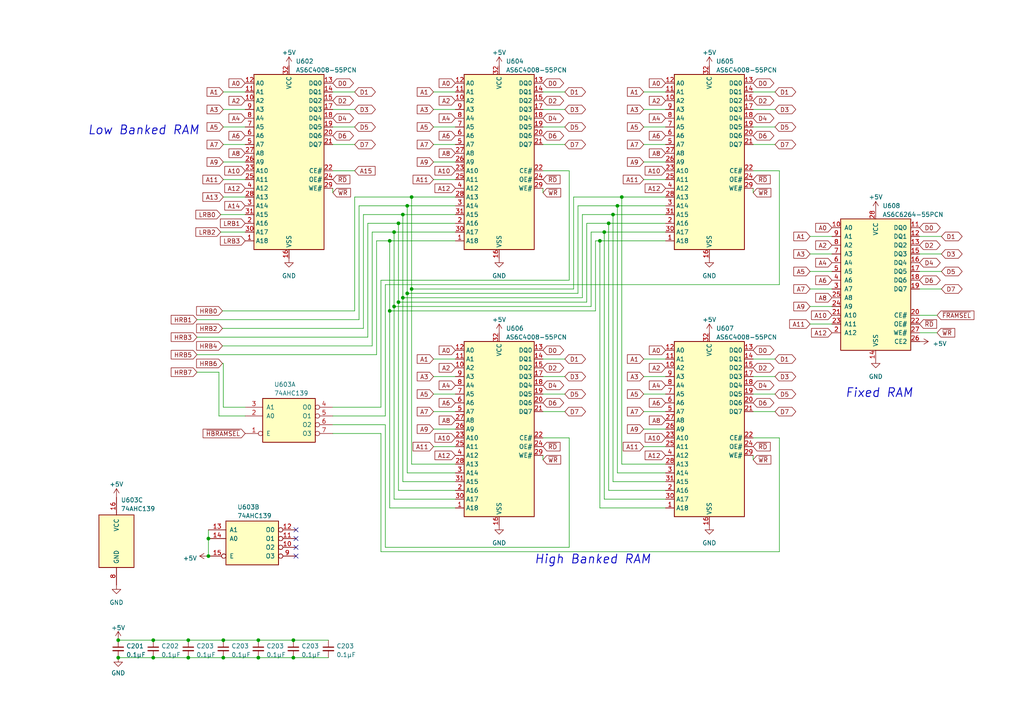
<source format=kicad_sch>
(kicad_sch (version 20230121) (generator eeschema)
  (paper "A4")
  (title_block (title "6809 Playground system board") (date "2023-06-20") (company "Copyright (c) 2022-2023 Jason R. Thorpe. See LICENSE."))
  (lib_symbols
    (symbol "74xx:74LS139" (pin_names (offset 1.016))
      (property "Reference" "U" (at -7.62 8.89 0))
      (property "Value" "74LS139" (at -7.62 -8.89 0))
      (symbol "74LS139_1_0"
        (pin input inverted (at -12.7 -5.08 0) (length 5.08) (name "E") (number "1"))
        (pin input line (at -12.7 0 0) (length 5.08) (name "A0") (number "2"))
        (pin input line (at -12.7 2.54 0) (length 5.08) (name "A1") (number "3"))
        (pin output inverted (at 12.7 2.54 180) (length 5.08) (name "O0") (number "4"))
        (pin output inverted (at 12.7 0 180) (length 5.08) (name "O1") (number "5"))
        (pin output inverted (at 12.7 -2.54 180) (length 5.08) (name "O2") (number "6"))
        (pin output inverted (at 12.7 -5.08 180) (length 5.08) (name "O3") (number "7"))
      )
      (symbol "74LS139_1_1"
        (rectangle (start -7.62 5.08) (end 7.62 -7.62) (stroke (width 0.254)) (fill (type background)))
      )
      (symbol "74LS139_2_0"
        (pin output inverted (at 12.7 -2.54 180) (length 5.08) (name "O2") (number "10"))
        (pin output inverted (at 12.7 0 180) (length 5.08) (name "O1") (number "11"))
        (pin output inverted (at 12.7 2.54 180) (length 5.08) (name "O0") (number "12"))
        (pin input line (at -12.7 2.54 0) (length 5.08) (name "A1") (number "13"))
        (pin input line (at -12.7 0 0) (length 5.08) (name "A0") (number "14"))
        (pin input inverted (at -12.7 -5.08 0) (length 5.08) (name "E") (number "15"))
        (pin output inverted (at 12.7 -5.08 180) (length 5.08) (name "O3") (number "9"))
      )
      (symbol "74LS139_2_1"
        (rectangle (start -7.62 5.08) (end 7.62 -7.62) (stroke (width 0.254)) (fill (type background)))
      )
      (symbol "74LS139_3_0"
        (pin power_in line (at 0 12.7 270) (length 5.08) (name "VCC") (number "16"))
        (pin power_in line (at 0 -12.7 90) (length 5.08) (name "GND") (number "8"))
      )
      (symbol "74LS139_3_1"
        (rectangle (start -5.08 7.62) (end 5.08 -7.62) (stroke (width 0.254)) (fill (type background)))
      )
    )
    (symbol "Device:C_Small" (pin_numbers hide) (pin_names (offset 0.254) hide)
      (property "Reference" "C" (at 0.254 1.778 0))
      (property "Value" "C_Small" (at 0.254 -2.032 0))
      (symbol "C_Small_0_1"
        (polyline (pts (xy -1.524 -0.508) (xy 1.524 -0.508)) (stroke (width 0.3302)))
        (polyline (pts (xy -1.524 0.508) (xy 1.524 0.508)) (stroke (width 0.3048)))
      )
      (symbol "C_Small_1_1"
        (pin passive line (at 0 2.54 270) (length 2.032) (name "~") (number "1"))
        (pin passive line (at 0 -2.54 90) (length 2.032) (name "~") (number "2"))
      )
    )
    (symbol "Memory_RAM:AS6C4008-55PCN"
      (property "Reference" "U" (at -10.16 26.035 0))
      (property "Value" "AS6C4008-55PCN" (at 2.54 26.035 0))
      (symbol "AS6C4008-55PCN_0_0"
        (pin power_in line (at 0 -27.94 90) (length 2.54) (name "VSS") (number "16"))
        (pin power_in line (at 0 27.94 270) (length 2.54) (name "VCC") (number "32"))
      )
      (symbol "AS6C4008-55PCN_0_1"
        (rectangle (start -10.16 25.4) (end 10.16 -25.4) (stroke (width 0.254)) (fill (type background)))
      )
      (symbol "AS6C4008-55PCN_1_1"
        (pin input line (at -12.7 -22.86 0) (length 2.54) (name "A18") (number "1"))
        (pin input line (at -12.7 17.78 0) (length 2.54) (name "A2") (number "10"))
        (pin input line (at -12.7 20.32 0) (length 2.54) (name "A1") (number "11"))
        (pin input line (at -12.7 22.86 0) (length 2.54) (name "A0") (number "12"))
        (pin tri_state line (at 12.7 22.86 180) (length 2.54) (name "DQ0") (number "13"))
        (pin tri_state line (at 12.7 20.32 180) (length 2.54) (name "DQ1") (number "14"))
        (pin tri_state line (at 12.7 17.78 180) (length 2.54) (name "DQ2") (number "15"))
        (pin tri_state line (at 12.7 15.24 180) (length 2.54) (name "DQ3") (number "17"))
        (pin tri_state line (at 12.7 12.7 180) (length 2.54) (name "DQ4") (number "18"))
        (pin tri_state line (at 12.7 10.16 180) (length 2.54) (name "DQ5") (number "19"))
        (pin input line (at -12.7 -17.78 0) (length 2.54) (name "A16") (number "2"))
        (pin tri_state line (at 12.7 7.62 180) (length 2.54) (name "DQ6") (number "20"))
        (pin tri_state line (at 12.7 5.08 180) (length 2.54) (name "DQ7") (number "21"))
        (pin input line (at 12.7 -2.54 180) (length 2.54) (name "CE#") (number "22"))
        (pin input line (at -12.7 -2.54 0) (length 2.54) (name "A10") (number "23"))
        (pin input line (at 12.7 -5.08 180) (length 2.54) (name "OE#") (number "24"))
        (pin input line (at -12.7 -5.08 0) (length 2.54) (name "A11") (number "25"))
        (pin input line (at -12.7 0 0) (length 2.54) (name "A9") (number "26"))
        (pin input line (at -12.7 2.54 0) (length 2.54) (name "A8") (number "27"))
        (pin input line (at -12.7 -10.16 0) (length 2.54) (name "A13") (number "28"))
        (pin input line (at 12.7 -7.62 180) (length 2.54) (name "WE#") (number "29"))
        (pin input line (at -12.7 -12.7 0) (length 2.54) (name "A14") (number "3"))
        (pin input line (at -12.7 -20.32 0) (length 2.54) (name "A17") (number "30"))
        (pin input line (at -12.7 -15.24 0) (length 2.54) (name "A15") (number "31"))
        (pin input line (at -12.7 -7.62 0) (length 2.54) (name "A12") (number "4"))
        (pin input line (at -12.7 5.08 0) (length 2.54) (name "A7") (number "5"))
        (pin input line (at -12.7 7.62 0) (length 2.54) (name "A6") (number "6"))
        (pin input line (at -12.7 10.16 0) (length 2.54) (name "A5") (number "7"))
        (pin input line (at -12.7 12.7 0) (length 2.54) (name "A4") (number "8"))
        (pin input line (at -12.7 15.24 0) (length 2.54) (name "A3") (number "9"))
      )
    )
    (symbol "jrt-ICs:AS6C6264" (pin_names (offset 1.016))
      (property "Reference" "U" (at 5.08 21.59 0))
      (property "Value" "AS6C6264" (at 6.35 19.05 0))
      (symbol "AS6C6264_1_1"
        (rectangle (start -10.16 17.78) (end 10.16 -20.32) (stroke (width 0.254)) (fill (type background)))
        (pin input line (at -12.7 15.24 0) (length 2.54) (name "A0") (number "10"))
        (pin tri_state line (at 12.7 15.24 180) (length 2.54) (name "DQ0") (number "11"))
        (pin tri_state line (at 12.7 12.7 180) (length 2.54) (name "DQ1") (number "12"))
        (pin tri_state line (at 12.7 10.16 180) (length 2.54) (name "DQ2") (number "13"))
        (pin power_in line (at 0 -22.86 90) (length 2.54) (name "VSS") (number "14"))
        (pin tri_state line (at 12.7 7.62 180) (length 2.54) (name "DQ3") (number "15"))
        (pin tri_state line (at 12.7 5.08 180) (length 2.54) (name "DQ4") (number "16"))
        (pin tri_state line (at 12.7 2.54 180) (length 2.54) (name "DQ5") (number "17"))
        (pin tri_state line (at 12.7 0 180) (length 2.54) (name "DQ6") (number "18"))
        (pin tri_state line (at 12.7 -2.54 180) (length 2.54) (name "DQ7") (number "19"))
        (pin input line (at -12.7 -15.24 0) (length 2.54) (name "A12") (number "2"))
        (pin input line (at 12.7 -10.16 180) (length 2.54) (name "CE#") (number "20"))
        (pin input line (at -12.7 -10.16 0) (length 2.54) (name "A10") (number "21"))
        (pin input line (at 12.7 -12.7 180) (length 2.54) (name "OE#") (number "22"))
        (pin input line (at -12.7 -12.7 0) (length 2.54) (name "A11") (number "23"))
        (pin input line (at -12.7 -7.62 0) (length 2.54) (name "A9") (number "24"))
        (pin input line (at -12.7 -5.08 0) (length 2.54) (name "A8") (number "25"))
        (pin input line (at 12.7 -17.78 180) (length 2.54) (name "CE2") (number "26"))
        (pin input line (at 12.7 -15.24 180) (length 2.54) (name "WE#") (number "27"))
        (pin power_in line (at 0 20.32 270) (length 2.54) (name "VCC") (number "28"))
        (pin input line (at -12.7 -2.54 0) (length 2.54) (name "A7") (number "3"))
        (pin input line (at -12.7 0 0) (length 2.54) (name "A6") (number "4"))
        (pin input line (at -12.7 2.54 0) (length 2.54) (name "A5") (number "5"))
        (pin input line (at -12.7 5.08 0) (length 2.54) (name "A4") (number "6"))
        (pin input line (at -12.7 7.62 0) (length 2.54) (name "A3") (number "7"))
        (pin input line (at -12.7 10.16 0) (length 2.54) (name "A2") (number "8"))
        (pin input line (at -12.7 12.7 0) (length 2.54) (name "A1") (number "9"))
      )
    )
    (symbol "power:+5V" (power) (pin_names (offset 0))
      (property "Value" "+5V" (at 0 3.556 0))
      (symbol "+5V_0_1"
        (polyline (pts (xy -0.762 1.27) (xy 0 2.54)))
        (polyline (pts (xy 0 0) (xy 0 2.54)))
        (polyline (pts (xy 0 2.54) (xy 0.762 1.27)))
      )
      (symbol "+5V_1_1"
        (pin power_in line (at 0 0 90) (length 0) hide (name "+5V") (number "1"))
      )
    )
    (symbol "power:GND" (power) (pin_names (offset 0))
      (property "Value" "GND" (at 0 -3.81 0))
      (symbol "GND_0_1"
        (polyline (pts (xy 0 0) (xy 0 -1.27) (xy 1.27 -1.27) (xy 0 -2.54) (xy -1.27 -1.27) (xy 0 -1.27)))
      )
      (symbol "GND_1_1"
        (pin power_in line (at 0 0 270) (length 0) hide (name "GND") (number "1"))
      )
    )
  )
  (junction (at 34.29 190.754))
  (junction (at 64.77 190.754))
  (junction (at 44.45 190.754))
  (junction (at 118.11 85.09))
  (junction (at 74.93 185.674))
  (junction (at 114.3 67.31))
  (junction (at 115.57 87.63))
  (junction (at 177.8 62.23))
  (junction (at 85.09 185.674))
  (junction (at 180.34 57.15))
  (junction (at 118.11 59.69))
  (junction (at 44.45 185.674))
  (junction (at 85.09 190.754))
  (junction (at 113.03 69.85))
  (junction (at 54.61 185.674))
  (junction (at 119.38 57.15))
  (junction (at 175.26 67.31))
  (junction (at 60.452 156.21))
  (junction (at 54.61 190.754))
  (junction (at 34.29 185.674))
  (junction (at 74.93 190.754))
  (junction (at 64.77 185.674))
  (junction (at 113.03 90.17))
  (junction (at 176.53 64.77))
  (junction (at 116.84 86.36))
  (junction (at 116.84 62.23))
  (junction (at 173.99 69.85))
  (junction (at 60.452 161.29))
  (junction (at 119.38 83.82))
  (junction (at 114.3 88.9))
  (junction (at 115.57 64.77))
  (junction (at 179.07 59.69))
  (no_connect (at 85.852 161.29))
  (no_connect (at 85.852 158.75))
  (no_connect (at 85.852 156.21))
  (no_connect (at 85.852 153.67))
  (wire (pts (xy 110.49 160.02) (xy 226.06 160.02)))
  (wire (pts (xy 64.77 41.91) (xy 71.12 41.91)))
  (wire (pts (xy 107.95 67.31) (xy 114.3 67.31)))
  (wire (pts (xy 96.52 120.65) (xy 111.76 120.65)))
  (wire (pts (xy 113.03 69.85) (xy 113.03 90.17)))
  (wire (pts (xy 57.15 97.79) (xy 106.68 97.79)))
  (wire (pts (xy 104.14 92.71) (xy 104.14 59.69)))
  (wire (pts (xy 111.76 123.19) (xy 111.76 158.75)))
  (wire (pts (xy 74.93 190.754) (xy 85.09 190.754)))
  (wire (pts (xy 118.11 85.09) (xy 118.11 137.16)))
  (wire (pts (xy 64.77 190.754) (xy 74.93 190.754)))
  (wire (pts (xy 64.77 31.75) (xy 71.12 31.75)))
  (wire (pts (xy 96.52 123.19) (xy 111.76 123.19)))
  (wire (pts (xy 115.57 87.63) (xy 115.57 142.24)))
  (wire (pts (xy 186.69 41.91) (xy 193.04 41.91)))
  (wire (pts (xy 57.15 102.87) (xy 109.22 102.87)))
  (wire (pts (xy 115.57 64.77) (xy 132.08 64.77)))
  (wire (pts (xy 166.37 83.82) (xy 166.37 57.15)))
  (wire (pts (xy 64.77 57.15) (xy 71.12 57.15)))
  (wire (pts (xy 218.44 104.14) (xy 224.79 104.14)))
  (wire (pts (xy 64.516 100.33) (xy 107.95 100.33)))
  (wire (pts (xy 111.76 158.75) (xy 165.1 158.75)))
  (wire (pts (xy 64.77 185.674) (xy 74.93 185.674)))
  (wire (pts (xy 173.99 147.32) (xy 193.04 147.32)))
  (wire (pts (xy 113.03 69.85) (xy 132.08 69.85)))
  (wire (pts (xy 167.64 85.09) (xy 167.64 59.69)))
  (wire (pts (xy 165.1 127) (xy 157.48 127)))
  (wire (pts (xy 157.48 36.83) (xy 163.83 36.83)))
  (wire (pts (xy 96.52 49.53) (xy 102.87 49.53)))
  (wire (pts (xy 234.95 83.82) (xy 241.3 83.82)))
  (wire (pts (xy 157.48 26.67) (xy 163.83 26.67)))
  (wire (pts (xy 186.69 104.14) (xy 193.04 104.14)))
  (wire (pts (xy 218.44 31.75) (xy 224.79 31.75)))
  (wire (pts (xy 165.1 158.75) (xy 165.1 127)))
  (wire (pts (xy 104.14 59.69) (xy 118.11 59.69)))
  (wire (pts (xy 64.77 52.07) (xy 71.12 52.07)))
  (wire (pts (xy 157.48 31.75) (xy 163.83 31.75)))
  (wire (pts (xy 74.93 185.674) (xy 85.09 185.674)))
  (wire (pts (xy 218.44 26.67) (xy 224.79 26.67)))
  (wire (pts (xy 172.72 69.85) (xy 173.99 69.85)))
  (wire (pts (xy 226.06 82.55) (xy 226.06 49.53)))
  (wire (pts (xy 96.52 54.61) (xy 96.52 55.88)))
  (wire (pts (xy 118.11 137.16) (xy 132.08 137.16)))
  (wire (pts (xy 218.44 114.3) (xy 224.79 114.3)))
  (wire (pts (xy 105.41 62.23) (xy 116.84 62.23)))
  (wire (pts (xy 116.84 62.23) (xy 116.84 86.36)))
  (wire (pts (xy 125.73 114.3) (xy 132.08 114.3)))
  (wire (pts (xy 116.84 86.36) (xy 116.84 139.7)))
  (wire (pts (xy 186.69 36.83) (xy 193.04 36.83)))
  (wire (pts (xy 60.452 153.67) (xy 60.452 156.21)))
  (wire (pts (xy 176.53 64.77) (xy 193.04 64.77)))
  (wire (pts (xy 114.3 88.9) (xy 171.45 88.9)))
  (wire (pts (xy 173.99 69.85) (xy 193.04 69.85)))
  (wire (pts (xy 218.44 132.08) (xy 218.44 133.35)))
  (wire (pts (xy 118.11 85.09) (xy 167.64 85.09)))
  (wire (pts (xy 54.61 190.754) (xy 64.77 190.754)))
  (wire (pts (xy 179.07 59.69) (xy 179.07 137.16)))
  (wire (pts (xy 116.84 139.7) (xy 132.08 139.7)))
  (wire (pts (xy 179.07 137.16) (xy 193.04 137.16)))
  (wire (pts (xy 125.73 36.83) (xy 132.08 36.83)))
  (wire (pts (xy 218.44 119.38) (xy 224.79 119.38)))
  (wire (pts (xy 119.38 57.15) (xy 119.38 83.82)))
  (wire (pts (xy 218.44 54.61) (xy 218.44 55.88)))
  (wire (pts (xy 166.37 57.15) (xy 180.34 57.15)))
  (wire (pts (xy 96.52 41.91) (xy 102.87 41.91)))
  (wire (pts (xy 109.22 102.87) (xy 109.22 69.85)))
  (wire (pts (xy 186.69 52.07) (xy 193.04 52.07)))
  (wire (pts (xy 218.44 36.83) (xy 224.79 36.83)))
  (wire (pts (xy 186.69 129.54) (xy 193.04 129.54)))
  (wire (pts (xy 218.44 41.91) (xy 224.79 41.91)))
  (wire (pts (xy 63.5 107.95) (xy 57.15 107.95)))
  (wire (pts (xy 186.69 124.46) (xy 193.04 124.46)))
  (wire (pts (xy 218.44 109.22) (xy 224.79 109.22)))
  (wire (pts (xy 111.76 120.65) (xy 111.76 82.55)))
  (wire (pts (xy 171.45 88.9) (xy 171.45 67.31)))
  (wire (pts (xy 125.73 129.54) (xy 132.08 129.54)))
  (wire (pts (xy 109.22 69.85) (xy 113.03 69.85)))
  (wire (pts (xy 118.11 59.69) (xy 118.11 85.09)))
  (wire (pts (xy 177.8 139.7) (xy 193.04 139.7)))
  (wire (pts (xy 125.73 124.46) (xy 132.08 124.46)))
  (wire (pts (xy 168.91 86.36) (xy 168.91 62.23)))
  (wire (pts (xy 165.1 49.53) (xy 157.48 49.53)))
  (wire (pts (xy 44.45 185.674) (xy 54.61 185.674)))
  (wire (pts (xy 96.52 31.75) (xy 102.87 31.75)))
  (wire (pts (xy 226.06 160.02) (xy 226.06 127)))
  (wire (pts (xy 171.45 67.31) (xy 175.26 67.31)))
  (wire (pts (xy 157.48 54.61) (xy 157.48 55.88)))
  (wire (pts (xy 34.29 185.674) (xy 44.45 185.674)))
  (wire (pts (xy 44.45 190.754) (xy 54.61 190.754)))
  (wire (pts (xy 119.38 134.62) (xy 132.08 134.62)))
  (wire (pts (xy 186.69 109.22) (xy 193.04 109.22)))
  (wire (pts (xy 63.5 120.65) (xy 71.12 120.65)))
  (wire (pts (xy 64.77 105.41) (xy 64.516 105.41)))
  (wire (pts (xy 54.61 185.674) (xy 64.77 185.674)))
  (wire (pts (xy 63.5 120.65) (xy 63.5 107.95)))
  (wire (pts (xy 113.03 90.17) (xy 172.72 90.17)))
  (wire (pts (xy 176.53 64.77) (xy 176.53 142.24)))
  (wire (pts (xy 177.8 62.23) (xy 177.8 139.7)))
  (wire (pts (xy 113.03 147.32) (xy 132.08 147.32)))
  (wire (pts (xy 119.38 83.82) (xy 119.38 134.62)))
  (wire (pts (xy 114.3 88.9) (xy 114.3 144.78)))
  (wire (pts (xy 105.41 95.25) (xy 105.41 62.23)))
  (wire (pts (xy 157.48 132.08) (xy 157.48 133.35)))
  (wire (pts (xy 226.06 127) (xy 218.44 127)))
  (wire (pts (xy 170.18 87.63) (xy 170.18 64.77)))
  (wire (pts (xy 125.73 109.22) (xy 132.08 109.22)))
  (wire (pts (xy 102.87 57.15) (xy 119.38 57.15)))
  (wire (pts (xy 125.73 46.99) (xy 132.08 46.99)))
  (wire (pts (xy 234.95 78.74) (xy 241.3 78.74)))
  (wire (pts (xy 168.91 62.23) (xy 177.8 62.23)))
  (wire (pts (xy 119.38 57.15) (xy 132.08 57.15)))
  (wire (pts (xy 110.49 125.73) (xy 110.49 160.02)))
  (wire (pts (xy 125.73 52.07) (xy 132.08 52.07)))
  (wire (pts (xy 64.008 67.31) (xy 71.12 67.31)))
  (wire (pts (xy 106.68 64.77) (xy 115.57 64.77)))
  (wire (pts (xy 114.3 144.78) (xy 132.08 144.78)))
  (wire (pts (xy 96.52 118.11) (xy 110.49 118.11)))
  (wire (pts (xy 186.69 119.38) (xy 193.04 119.38)))
  (wire (pts (xy 118.11 59.69) (xy 132.08 59.69)))
  (wire (pts (xy 157.48 119.38) (xy 163.83 119.38)))
  (wire (pts (xy 266.7 83.82) (xy 273.05 83.82)))
  (wire (pts (xy 186.69 114.3) (xy 193.04 114.3)))
  (wire (pts (xy 96.52 36.83) (xy 102.87 36.83)))
  (wire (pts (xy 64.008 62.23) (xy 71.12 62.23)))
  (wire (pts (xy 266.7 91.44) (xy 271.78 91.44)))
  (wire (pts (xy 176.53 142.24) (xy 193.04 142.24)))
  (wire (pts (xy 266.7 68.58) (xy 273.05 68.58)))
  (wire (pts (xy 180.34 57.15) (xy 180.34 134.62)))
  (wire (pts (xy 85.09 185.674) (xy 95.25 185.674)))
  (wire (pts (xy 125.73 41.91) (xy 132.08 41.91)))
  (wire (pts (xy 167.64 59.69) (xy 179.07 59.69)))
  (wire (pts (xy 266.7 96.52) (xy 271.78 96.52)))
  (wire (pts (xy 114.3 67.31) (xy 132.08 67.31)))
  (wire (pts (xy 234.95 88.9) (xy 241.3 88.9)))
  (wire (pts (xy 125.73 104.14) (xy 132.08 104.14)))
  (wire (pts (xy 64.516 95.25) (xy 105.41 95.25)))
  (wire (pts (xy 157.48 109.22) (xy 163.83 109.22)))
  (wire (pts (xy 60.452 156.21) (xy 60.452 161.29)))
  (wire (pts (xy 114.3 67.31) (xy 114.3 88.9)))
  (wire (pts (xy 186.69 46.99) (xy 193.04 46.99)))
  (wire (pts (xy 110.49 81.28) (xy 165.1 81.28)))
  (wire (pts (xy 125.73 26.67) (xy 132.08 26.67)))
  (wire (pts (xy 64.77 46.99) (xy 71.12 46.99)))
  (wire (pts (xy 106.68 97.79) (xy 106.68 64.77)))
  (wire (pts (xy 266.7 78.74) (xy 273.05 78.74)))
  (wire (pts (xy 234.95 68.58) (xy 241.3 68.58)))
  (wire (pts (xy 115.57 87.63) (xy 170.18 87.63)))
  (wire (pts (xy 173.99 69.85) (xy 173.99 147.32)))
  (wire (pts (xy 96.52 26.67) (xy 102.87 26.67)))
  (wire (pts (xy 175.26 67.31) (xy 193.04 67.31)))
  (wire (pts (xy 266.7 73.66) (xy 273.05 73.66)))
  (wire (pts (xy 115.57 142.24) (xy 132.08 142.24)))
  (wire (pts (xy 157.48 114.3) (xy 163.83 114.3)))
  (wire (pts (xy 64.77 118.11) (xy 64.77 105.41)))
  (wire (pts (xy 107.95 100.33) (xy 107.95 67.31)))
  (wire (pts (xy 234.95 73.66) (xy 241.3 73.66)))
  (wire (pts (xy 234.95 93.98) (xy 241.3 93.98)))
  (wire (pts (xy 64.516 90.17) (xy 102.87 90.17)))
  (wire (pts (xy 64.77 118.11) (xy 71.12 118.11)))
  (wire (pts (xy 179.07 59.69) (xy 193.04 59.69)))
  (wire (pts (xy 110.49 118.11) (xy 110.49 81.28)))
  (wire (pts (xy 125.73 119.38) (xy 132.08 119.38)))
  (wire (pts (xy 116.84 62.23) (xy 132.08 62.23)))
  (wire (pts (xy 57.15 92.71) (xy 104.14 92.71)))
  (wire (pts (xy 102.87 90.17) (xy 102.87 57.15)))
  (wire (pts (xy 175.26 144.78) (xy 193.04 144.78)))
  (wire (pts (xy 170.18 64.77) (xy 176.53 64.77)))
  (wire (pts (xy 119.38 83.82) (xy 166.37 83.82)))
  (wire (pts (xy 85.09 190.754) (xy 95.25 190.754)))
  (wire (pts (xy 180.34 57.15) (xy 193.04 57.15)))
  (wire (pts (xy 64.77 36.83) (xy 71.12 36.83)))
  (wire (pts (xy 165.1 81.28) (xy 165.1 49.53)))
  (wire (pts (xy 157.48 41.91) (xy 163.83 41.91)))
  (wire (pts (xy 175.26 67.31) (xy 175.26 144.78)))
  (wire (pts (xy 125.73 31.75) (xy 132.08 31.75)))
  (wire (pts (xy 64.77 26.67) (xy 71.12 26.67)))
  (wire (pts (xy 116.84 86.36) (xy 168.91 86.36)))
  (wire (pts (xy 226.06 49.53) (xy 218.44 49.53)))
  (wire (pts (xy 186.69 31.75) (xy 193.04 31.75)))
  (wire (pts (xy 172.72 90.17) (xy 172.72 69.85)))
  (wire (pts (xy 180.34 134.62) (xy 193.04 134.62)))
  (wire (pts (xy 115.57 64.77) (xy 115.57 87.63)))
  (wire (pts (xy 111.76 82.55) (xy 226.06 82.55)))
  (wire (pts (xy 113.03 90.17) (xy 113.03 147.32)))
  (wire (pts (xy 157.48 104.14) (xy 163.83 104.14)))
  (wire (pts (xy 34.29 190.754) (xy 44.45 190.754)))
  (wire (pts (xy 186.69 26.67) (xy 193.04 26.67)))
  (wire (pts (xy 96.52 125.73) (xy 110.49 125.73)))
  (wire (pts (xy 177.8 62.23) (xy 193.04 62.23)))
  (text "High Banked RAM" (at 154.94 163.83 0) (effects (font (size 2.54 2.54) (thickness 0.254) bold italic) (justify left bottom)))
  (text "Low Banked RAM" (at 25.4 39.37 0) (effects (font (size 2.54 2.54) (thickness 0.254) bold italic) (justify left bottom)))
  (text "Fixed RAM" (at 245.11 115.57 0) (effects (font (size 2.54 2.54) (thickness 0.254) bold italic) (justify left bottom)))
  (global_label "~{WR}" (shape input) (at 157.48 55.88 0) (property "Intersheetrefs" "${INTERSHEET_REFS}" (effects hide)))
  (global_label "A10" (shape input) (at 241.3 91.44 180) (property "Intersheetrefs" "${INTERSHEET_REFS}" (effects hide)))
  (global_label "A12" (shape input) (at 71.12 54.61 180) (property "Intersheetrefs" "${INTERSHEET_REFS}" (effects hide)))
  (global_label "A0" (shape input) (at 193.04 24.13 180) (property "Intersheetrefs" "${INTERSHEET_REFS}" (effects hide)))
  (global_label "D4" (shape bidirectional) (at 218.44 34.29 0) (property "Intersheetrefs" "${INTERSHEET_REFS}" (effects hide)))
  (global_label "HRB0" (shape input) (at 64.516 90.17 180) (property "Intersheetrefs" "${INTERSHEET_REFS}" (effects hide)))
  (global_label "D1" (shape bidirectional) (at 163.83 26.67 0) (property "Intersheetrefs" "${INTERSHEET_REFS}" (effects hide)))
  (global_label "D5" (shape bidirectional) (at 224.79 114.3 0) (property "Intersheetrefs" "${INTERSHEET_REFS}" (effects hide)))
  (global_label "D2" (shape bidirectional) (at 157.48 106.68 0) (property "Intersheetrefs" "${INTERSHEET_REFS}" (effects hide)))
  (global_label "D1" (shape bidirectional) (at 102.87 26.67 0) (property "Intersheetrefs" "${INTERSHEET_REFS}" (effects hide)))
  (global_label "~{RD}" (shape input) (at 157.48 52.07 0) (property "Intersheetrefs" "${INTERSHEET_REFS}" (effects hide)))
  (global_label "D2" (shape bidirectional) (at 218.44 29.21 0) (property "Intersheetrefs" "${INTERSHEET_REFS}" (effects hide)))
  (global_label "A9" (shape input) (at 186.69 124.46 180) (property "Intersheetrefs" "${INTERSHEET_REFS}" (effects hide)))
  (global_label "D7" (shape bidirectional) (at 102.87 41.91 0) (property "Intersheetrefs" "${INTERSHEET_REFS}" (effects hide)))
  (global_label "A8" (shape input) (at 132.08 121.92 180) (property "Intersheetrefs" "${INTERSHEET_REFS}" (effects hide)))
  (global_label "A1" (shape input) (at 64.77 26.67 180) (property "Intersheetrefs" "${INTERSHEET_REFS}" (effects hide)))
  (global_label "A4" (shape input) (at 193.04 111.76 180) (property "Intersheetrefs" "${INTERSHEET_REFS}" (effects hide)))
  (global_label "A9" (shape input) (at 125.73 46.99 180) (property "Intersheetrefs" "${INTERSHEET_REFS}" (effects hide)))
  (global_label "A14" (shape input) (at 71.12 59.69 180) (property "Intersheetrefs" "${INTERSHEET_REFS}" (effects hide)))
  (global_label "A9" (shape input) (at 234.95 88.9 180) (property "Intersheetrefs" "${INTERSHEET_REFS}" (effects hide)))
  (global_label "D3" (shape bidirectional) (at 224.79 109.22 0) (property "Intersheetrefs" "${INTERSHEET_REFS}" (effects hide)))
  (global_label "A1" (shape input) (at 186.69 104.14 180) (property "Intersheetrefs" "${INTERSHEET_REFS}" (effects hide)))
  (global_label "D7" (shape bidirectional) (at 163.83 119.38 0) (property "Intersheetrefs" "${INTERSHEET_REFS}" (effects hide)))
  (global_label "A4" (shape input) (at 241.3 76.2 180) (property "Intersheetrefs" "${INTERSHEET_REFS}" (effects hide)))
  (global_label "D4" (shape bidirectional) (at 157.48 34.29 0) (property "Intersheetrefs" "${INTERSHEET_REFS}" (effects hide)))
  (global_label "A11" (shape input) (at 234.95 93.98 180) (property "Intersheetrefs" "${INTERSHEET_REFS}" (effects hide)))
  (global_label "A3" (shape input) (at 186.69 109.22 180) (property "Intersheetrefs" "${INTERSHEET_REFS}" (effects hide)))
  (global_label "A6" (shape input) (at 71.12 39.37 180) (property "Intersheetrefs" "${INTERSHEET_REFS}" (effects hide)))
  (global_label "D5" (shape bidirectional) (at 102.87 36.83 0) (property "Intersheetrefs" "${INTERSHEET_REFS}" (effects hide)))
  (global_label "~{WR}" (shape input) (at 96.52 55.88 0) (property "Intersheetrefs" "${INTERSHEET_REFS}" (effects hide)))
  (global_label "A10" (shape input) (at 193.04 127 180) (property "Intersheetrefs" "${INTERSHEET_REFS}" (effects hide)))
  (global_label "A6" (shape input) (at 193.04 39.37 180) (property "Intersheetrefs" "${INTERSHEET_REFS}" (effects hide)))
  (global_label "LRB3" (shape input) (at 71.12 69.85 180) (property "Intersheetrefs" "${INTERSHEET_REFS}" (effects hide)))
  (global_label "A7" (shape input) (at 186.69 41.91 180) (property "Intersheetrefs" "${INTERSHEET_REFS}" (effects hide)))
  (global_label "D1" (shape bidirectional) (at 224.79 104.14 0) (property "Intersheetrefs" "${INTERSHEET_REFS}" (effects hide)))
  (global_label "A0" (shape input) (at 132.08 24.13 180) (property "Intersheetrefs" "${INTERSHEET_REFS}" (effects hide)))
  (global_label "D7" (shape bidirectional) (at 224.79 119.38 0) (property "Intersheetrefs" "${INTERSHEET_REFS}" (effects hide)))
  (global_label "A8" (shape input) (at 193.04 44.45 180) (property "Intersheetrefs" "${INTERSHEET_REFS}" (effects hide)))
  (global_label "A4" (shape input) (at 71.12 34.29 180) (property "Intersheetrefs" "${INTERSHEET_REFS}" (effects hide)))
  (global_label "A4" (shape input) (at 132.08 111.76 180) (property "Intersheetrefs" "${INTERSHEET_REFS}" (effects hide)))
  (global_label "HRB7" (shape input) (at 57.15 107.95 180) (property "Intersheetrefs" "${INTERSHEET_REFS}" (effects hide)))
  (global_label "A6" (shape input) (at 132.08 39.37 180) (property "Intersheetrefs" "${INTERSHEET_REFS}" (effects hide)))
  (global_label "D5" (shape bidirectional) (at 163.83 36.83 0) (property "Intersheetrefs" "${INTERSHEET_REFS}" (effects hide)))
  (global_label "A12" (shape input) (at 241.3 96.52 180) (property "Intersheetrefs" "${INTERSHEET_REFS}" (effects hide)))
  (global_label "A3" (shape input) (at 125.73 31.75 180) (property "Intersheetrefs" "${INTERSHEET_REFS}" (effects hide)))
  (global_label "D2" (shape bidirectional) (at 96.52 29.21 0) (property "Intersheetrefs" "${INTERSHEET_REFS}" (effects hide)))
  (global_label "A8" (shape input) (at 132.08 44.45 180) (property "Intersheetrefs" "${INTERSHEET_REFS}" (effects hide)))
  (global_label "A11" (shape input) (at 64.77 52.07 180) (property "Intersheetrefs" "${INTERSHEET_REFS}" (effects hide)))
  (global_label "A2" (shape input) (at 241.3 71.12 180) (property "Intersheetrefs" "${INTERSHEET_REFS}" (effects hide)))
  (global_label "A5" (shape input) (at 186.69 36.83 180) (property "Intersheetrefs" "${INTERSHEET_REFS}" (effects hide)))
  (global_label "D6" (shape bidirectional) (at 157.48 39.37 0) (property "Intersheetrefs" "${INTERSHEET_REFS}" (effects hide)))
  (global_label "A3" (shape input) (at 125.73 109.22 180) (property "Intersheetrefs" "${INTERSHEET_REFS}" (effects hide)))
  (global_label "A1" (shape input) (at 186.69 26.67 180) (property "Intersheetrefs" "${INTERSHEET_REFS}" (effects hide)))
  (global_label "HRB3" (shape input) (at 57.15 97.79 180) (property "Intersheetrefs" "${INTERSHEET_REFS}" (effects hide)))
  (global_label "A7" (shape input) (at 125.73 41.91 180) (property "Intersheetrefs" "${INTERSHEET_REFS}" (effects hide)))
  (global_label "A12" (shape input) (at 193.04 54.61 180) (property "Intersheetrefs" "${INTERSHEET_REFS}" (effects hide)))
  (global_label "HRB6" (shape input) (at 64.516 105.41 180) (property "Intersheetrefs" "${INTERSHEET_REFS}" (effects hide)))
  (global_label "D2" (shape bidirectional) (at 157.48 29.21 0) (property "Intersheetrefs" "${INTERSHEET_REFS}" (effects hide)))
  (global_label "A8" (shape input) (at 71.12 44.45 180) (property "Intersheetrefs" "${INTERSHEET_REFS}" (effects hide)))
  (global_label "A12" (shape input) (at 193.04 132.08 180) (property "Intersheetrefs" "${INTERSHEET_REFS}" (effects hide)))
  (global_label "A0" (shape input) (at 241.3 66.04 180) (property "Intersheetrefs" "${INTERSHEET_REFS}" (effects hide)))
  (global_label "A10" (shape input) (at 132.08 49.53 180) (property "Intersheetrefs" "${INTERSHEET_REFS}" (effects hide)))
  (global_label "A7" (shape input) (at 125.73 119.38 180) (property "Intersheetrefs" "${INTERSHEET_REFS}" (effects hide)))
  (global_label "A0" (shape input) (at 71.12 24.13 180) (property "Intersheetrefs" "${INTERSHEET_REFS}" (effects hide)))
  (global_label "D5" (shape bidirectional) (at 163.83 114.3 0) (property "Intersheetrefs" "${INTERSHEET_REFS}" (effects hide)))
  (global_label "A6" (shape input) (at 132.08 116.84 180) (property "Intersheetrefs" "${INTERSHEET_REFS}" (effects hide)))
  (global_label "A12" (shape input) (at 132.08 54.61 180) (property "Intersheetrefs" "${INTERSHEET_REFS}" (effects hide)))
  (global_label "HRB1" (shape input) (at 57.15 92.71 180) (property "Intersheetrefs" "${INTERSHEET_REFS}" (effects hide)))
  (global_label "D5" (shape bidirectional) (at 273.05 78.74 0) (property "Intersheetrefs" "${INTERSHEET_REFS}" (effects hide)))
  (global_label "A10" (shape input) (at 132.08 127 180) (property "Intersheetrefs" "${INTERSHEET_REFS}" (effects hide)))
  (global_label "D4" (shape bidirectional) (at 96.52 34.29 0) (property "Intersheetrefs" "${INTERSHEET_REFS}" (effects hide)))
  (global_label "A7" (shape input) (at 64.77 41.91 180) (property "Intersheetrefs" "${INTERSHEET_REFS}" (effects hide)))
  (global_label "D4" (shape bidirectional) (at 266.7 76.2 0) (property "Intersheetrefs" "${INTERSHEET_REFS}" (effects hide)))
  (global_label "D6" (shape bidirectional) (at 96.52 39.37 0) (property "Intersheetrefs" "${INTERSHEET_REFS}" (effects hide)))
  (global_label "D6" (shape bidirectional) (at 218.44 116.84 0) (property "Intersheetrefs" "${INTERSHEET_REFS}" (effects hide)))
  (global_label "A11" (shape input) (at 125.73 52.07 180) (property "Intersheetrefs" "${INTERSHEET_REFS}" (effects hide)))
  (global_label "D1" (shape bidirectional) (at 224.79 26.67 0) (property "Intersheetrefs" "${INTERSHEET_REFS}" (effects hide)))
  (global_label "A1" (shape input) (at 125.73 26.67 180) (property "Intersheetrefs" "${INTERSHEET_REFS}" (effects hide)))
  (global_label "D4" (shape bidirectional) (at 218.44 111.76 0) (property "Intersheetrefs" "${INTERSHEET_REFS}" (effects hide)))
  (global_label "D7" (shape bidirectional) (at 163.83 41.91 0) (property "Intersheetrefs" "${INTERSHEET_REFS}" (effects hide)))
  (global_label "~{FRAMSEL}" (shape input) (at 271.78 91.44 0) (property "Intersheetrefs" "${INTERSHEET_REFS}" (effects hide)))
  (global_label "A13" (shape input) (at 64.77 57.15 180) (property "Intersheetrefs" "${INTERSHEET_REFS}" (effects hide)))
  (global_label "A3" (shape input) (at 186.69 31.75 180) (property "Intersheetrefs" "${INTERSHEET_REFS}" (effects hide)))
  (global_label "A9" (shape input) (at 125.73 124.46 180) (property "Intersheetrefs" "${INTERSHEET_REFS}" (effects hide)))
  (global_label "A9" (shape input) (at 64.77 46.99 180) (property "Intersheetrefs" "${INTERSHEET_REFS}" (effects hide)))
  (global_label "D4" (shape bidirectional) (at 157.48 111.76 0) (property "Intersheetrefs" "${INTERSHEET_REFS}" (effects hide)))
  (global_label "D6" (shape bidirectional) (at 157.48 116.84 0) (property "Intersheetrefs" "${INTERSHEET_REFS}" (effects hide)))
  (global_label "HRB4" (shape input) (at 64.516 100.33 180) (property "Intersheetrefs" "${INTERSHEET_REFS}" (effects hide)))
  (global_label "A1" (shape input) (at 125.73 104.14 180) (property "Intersheetrefs" "${INTERSHEET_REFS}" (effects hide)))
  (global_label "A6" (shape input) (at 193.04 116.84 180) (property "Intersheetrefs" "${INTERSHEET_REFS}" (effects hide)))
  (global_label "~{RD}" (shape input) (at 96.52 52.07 0) (property "Intersheetrefs" "${INTERSHEET_REFS}" (effects hide)))
  (global_label "D6" (shape bidirectional) (at 218.44 39.37 0) (property "Intersheetrefs" "${INTERSHEET_REFS}" (effects hide)))
  (global_label "D3" (shape bidirectional) (at 224.79 31.75 0) (property "Intersheetrefs" "${INTERSHEET_REFS}" (effects hide)))
  (global_label "A8" (shape input) (at 241.3 86.36 180) (property "Intersheetrefs" "${INTERSHEET_REFS}" (effects hide)))
  (global_label "A5" (shape input) (at 234.95 78.74 180) (property "Intersheetrefs" "${INTERSHEET_REFS}" (effects hide)))
  (global_label "A3" (shape input) (at 234.95 73.66 180) (property "Intersheetrefs" "${INTERSHEET_REFS}" (effects hide)))
  (global_label "D3" (shape bidirectional) (at 102.87 31.75 0) (property "Intersheetrefs" "${INTERSHEET_REFS}" (effects hide)))
  (global_label "A10" (shape input) (at 193.04 49.53 180) (property "Intersheetrefs" "${INTERSHEET_REFS}" (effects hide)))
  (global_label "A2" (shape input) (at 132.08 29.21 180) (property "Intersheetrefs" "${INTERSHEET_REFS}" (effects hide)))
  (global_label "D0" (shape bidirectional) (at 157.48 24.13 0) (property "Intersheetrefs" "${INTERSHEET_REFS}" (effects hide)))
  (global_label "~{RD}" (shape input) (at 157.48 129.54 0) (property "Intersheetrefs" "${INTERSHEET_REFS}" (effects hide)))
  (global_label "D1" (shape bidirectional) (at 273.05 68.58 0) (property "Intersheetrefs" "${INTERSHEET_REFS}" (effects hide)))
  (global_label "A2" (shape input) (at 132.08 106.68 180) (property "Intersheetrefs" "${INTERSHEET_REFS}" (effects hide)))
  (global_label "LRB0" (shape input) (at 64.008 62.23 180) (property "Intersheetrefs" "${INTERSHEET_REFS}" (effects hide)))
  (global_label "A5" (shape input) (at 125.73 36.83 180) (property "Intersheetrefs" "${INTERSHEET_REFS}" (effects hide)))
  (global_label "D3" (shape bidirectional) (at 163.83 109.22 0) (property "Intersheetrefs" "${INTERSHEET_REFS}" (effects hide)))
  (global_label "D7" (shape bidirectional) (at 273.05 83.82 0) (property "Intersheetrefs" "${INTERSHEET_REFS}" (effects hide)))
  (global_label "A3" (shape input) (at 64.77 31.75 180) (property "Intersheetrefs" "${INTERSHEET_REFS}" (effects hide)))
  (global_label "A5" (shape input) (at 186.69 114.3 180) (property "Intersheetrefs" "${INTERSHEET_REFS}" (effects hide)))
  (global_label "~{RD}" (shape input) (at 266.7 93.98 0) (property "Intersheetrefs" "${INTERSHEET_REFS}" (effects hide)))
  (global_label "HRB5" (shape input) (at 57.15 102.87 180) (property "Intersheetrefs" "${INTERSHEET_REFS}" (effects hide)))
  (global_label "D7" (shape bidirectional) (at 224.79 41.91 0) (property "Intersheetrefs" "${INTERSHEET_REFS}" (effects hide)))
  (global_label "A7" (shape input) (at 234.95 83.82 180) (property "Intersheetrefs" "${INTERSHEET_REFS}" (effects hide)))
  (global_label "~{WR}" (shape input) (at 271.78 96.52 0) (property "Intersheetrefs" "${INTERSHEET_REFS}" (effects hide)))
  (global_label "A0" (shape input) (at 132.08 101.6 180) (property "Intersheetrefs" "${INTERSHEET_REFS}" (effects hide)))
  (global_label "A11" (shape input) (at 186.69 129.54 180) (property "Intersheetrefs" "${INTERSHEET_REFS}" (effects hide)))
  (global_label "A2" (shape input) (at 193.04 29.21 180) (property "Intersheetrefs" "${INTERSHEET_REFS}" (effects hide)))
  (global_label "D0" (shape bidirectional) (at 218.44 24.13 0) (property "Intersheetrefs" "${INTERSHEET_REFS}" (effects hide)))
  (global_label "D0" (shape bidirectional) (at 157.48 101.6 0) (property "Intersheetrefs" "${INTERSHEET_REFS}" (effects hide)))
  (global_label "D3" (shape bidirectional) (at 163.83 31.75 0) (property "Intersheetrefs" "${INTERSHEET_REFS}" (effects hide)))
  (global_label "D2" (shape bidirectional) (at 266.7 71.12 0) (property "Intersheetrefs" "${INTERSHEET_REFS}" (effects hide)))
  (global_label "A10" (shape input) (at 71.12 49.53 180) (property "Intersheetrefs" "${INTERSHEET_REFS}" (effects hide)))
  (global_label "D6" (shape bidirectional) (at 266.7 81.28 0) (property "Intersheetrefs" "${INTERSHEET_REFS}" (effects hide)))
  (global_label "LRB2" (shape input) (at 64.008 67.31 180) (property "Intersheetrefs" "${INTERSHEET_REFS}" (effects hide)))
  (global_label "A5" (shape input) (at 64.77 36.83 180) (property "Intersheetrefs" "${INTERSHEET_REFS}" (effects hide)))
  (global_label "A0" (shape input) (at 193.04 101.6 180) (property "Intersheetrefs" "${INTERSHEET_REFS}" (effects hide)))
  (global_label "A8" (shape input) (at 193.04 121.92 180) (property "Intersheetrefs" "${INTERSHEET_REFS}" (effects hide)))
  (global_label "A4" (shape input) (at 193.04 34.29 180) (property "Intersheetrefs" "${INTERSHEET_REFS}" (effects hide)))
  (global_label "D3" (shape bidirectional) (at 273.05 73.66 0) (property "Intersheetrefs" "${INTERSHEET_REFS}" (effects hide)))
  (global_label "HRB2" (shape input) (at 64.516 95.25 180) (property "Intersheetrefs" "${INTERSHEET_REFS}" (effects hide)))
  (global_label "A11" (shape input) (at 125.73 129.54 180) (property "Intersheetrefs" "${INTERSHEET_REFS}" (effects hide)))
  (global_label "A2" (shape input) (at 71.12 29.21 180) (property "Intersheetrefs" "${INTERSHEET_REFS}" (effects hide)))
  (global_label "A12" (shape input) (at 132.08 132.08 180) (property "Intersheetrefs" "${INTERSHEET_REFS}" (effects hide)))
  (global_label "A4" (shape input) (at 132.08 34.29 180) (property "Intersheetrefs" "${INTERSHEET_REFS}" (effects hide)))
  (global_label "~{WR}" (shape input) (at 218.44 55.88 0) (property "Intersheetrefs" "${INTERSHEET_REFS}" (effects hide)))
  (global_label "D2" (shape bidirectional) (at 218.44 106.68 0) (property "Intersheetrefs" "${INTERSHEET_REFS}" (effects hide)))
  (global_label "D1" (shape bidirectional) (at 163.83 104.14 0) (property "Intersheetrefs" "${INTERSHEET_REFS}" (effects hide)))
  (global_label "A9" (shape input) (at 186.69 46.99 180) (property "Intersheetrefs" "${INTERSHEET_REFS}" (effects hide)))
  (global_label "~{RD}" (shape input) (at 218.44 52.07 0) (property "Intersheetrefs" "${INTERSHEET_REFS}" (effects hide)))
  (global_label "D0" (shape bidirectional) (at 218.44 101.6 0) (property "Intersheetrefs" "${INTERSHEET_REFS}" (effects hide)))
  (global_label "~{HBRAMSEL}" (shape input) (at 71.12 125.73 180) (property "Intersheetrefs" "${INTERSHEET_REFS}" (effects hide)))
  (global_label "A2" (shape input) (at 193.04 106.68 180) (property "Intersheetrefs" "${INTERSHEET_REFS}" (effects hide)))
  (global_label "D5" (shape bidirectional) (at 224.79 36.83 0) (property "Intersheetrefs" "${INTERSHEET_REFS}" (effects hide)))
  (global_label "~{WR}" (shape input) (at 157.48 133.35 0) (property "Intersheetrefs" "${INTERSHEET_REFS}" (effects hide)))
  (global_label "D0" (shape bidirectional) (at 96.52 24.13 0) (property "Intersheetrefs" "${INTERSHEET_REFS}" (effects hide)))
  (global_label "~{WR}" (shape input) (at 218.44 133.35 0) (property "Intersheetrefs" "${INTERSHEET_REFS}" (effects hide)))
  (global_label "A1" (shape input) (at 234.95 68.58 180) (property "Intersheetrefs" "${INTERSHEET_REFS}" (effects hide)))
  (global_label "~{RD}" (shape input) (at 218.44 129.54 0) (property "Intersheetrefs" "${INTERSHEET_REFS}" (effects hide)))
  (global_label "A7" (shape input) (at 186.69 119.38 180) (property "Intersheetrefs" "${INTERSHEET_REFS}" (effects hide)))
  (global_label "A15" (shape input) (at 102.87 49.53 0) (property "Intersheetrefs" "${INTERSHEET_REFS}" (effects hide)))
  (global_label "A11" (shape input) (at 186.69 52.07 180) (property "Intersheetrefs" "${INTERSHEET_REFS}" (effects hide)))
  (global_label "A5" (shape input) (at 125.73 114.3 180) (property "Intersheetrefs" "${INTERSHEET_REFS}" (effects hide)))
  (global_label "LRB1" (shape input) (at 71.12 64.77 180) (property "Intersheetrefs" "${INTERSHEET_REFS}" (effects hide)))
  (global_label "A6" (shape input) (at 241.3 81.28 180) (property "Intersheetrefs" "${INTERSHEET_REFS}" (effects hide)))
  (global_label "D0" (shape bidirectional) (at 266.7 66.04 0) (property "Intersheetrefs" "${INTERSHEET_REFS}" (effects hide)))
  (symbol (lib_id "Device:C_Small") (at 64.77 188.214 0) (unit 1)
    (property "Reference" "C203" (at 67.0941 187.3856 0) (effects (justify left)))
    (property "Value" "0.1µF" (at 67.0941 189.9225 0) (effects (justify left)))
    (property "Footprint" "Capacitor_THT:C_Disc_D3.8mm_W2.6mm_P2.50mm" (effects hide))
    (instances (project "pg09-system" (path "" (reference "C203") (unit 1)) (path "" (reference "C303") (unit 1)) (path "" (reference "C503") (unit 1)) (path "" (reference "C604") (unit 1))))
  )
  (symbol (lib_id "Device:C_Small") (at 74.93 188.214 0) (unit 1)
    (property "Reference" "C203" (at 77.2541 187.3856 0) (effects (justify left)))
    (property "Value" "0.1µF" (at 77.2541 189.9225 0) (effects (justify left)))
    (property "Footprint" "Capacitor_THT:C_Disc_D3.8mm_W2.6mm_P2.50mm" (effects hide))
    (instances (project "pg09-system" (path "" (reference "C203") (unit 1)) (path "" (reference "C303") (unit 1)) (path "" (reference "C503") (unit 1)) (path "" (reference "C605") (unit 1))))
  )
  (symbol (lib_id "power:GND") (at 205.74 152.4 0) (unit 1)
    (property "Reference" "#PWR0502" (effects hide))
    (property "Value" "GND" (at 205.74 157.48 0))
    (instances (project "pg09-system" (path "" (reference "#PWR0502") (unit 1)) (path "" (reference "#PWR0615") (unit 1))))
  )
  (symbol (lib_id "74xx:74LS139") (at 33.782 156.972 0) (unit 3)
    (property "Reference" "U603" (at 35.052 145.034 0) (effects (justify left)))
    (property "Value" "74AHC139" (at 35.052 147.574 0) (effects (justify left)))
    (property "Footprint" "Package_DIP:DIP-16_W7.62mm_Socket" (effects hide))
    (property "Datasheet" "http://www.ti.com/lit/ds/symlink/sn74ls139a.pdf" (effects hide))
  )
  (symbol (lib_id "power:GND") (at 254 104.14 0) (unit 1)
    (property "Reference" "#PWR0502" (effects hide))
    (property "Value" "GND" (at 254 109.22 0))
    (instances (project "pg09-system" (path "" (reference "#PWR0502") (unit 1)) (path "" (reference "#PWR0618") (unit 1))))
  )
  (symbol (lib_id "Memory_RAM:AS6C4008-55PCN") (at 144.78 46.99 0) (unit 1)
    (property "Reference" "U604" (at 146.7359 17.78 0) (effects (justify left)))
    (property "Value" "AS6C4008-55PCN" (at 146.7359 20.32 0) (effects (justify left)))
    (property "Footprint" "Package_DIP:DIP-32_W15.24mm_Socket" (effects hide))
    (property "Datasheet" "https://www.alliancememory.com/wp-content/uploads/pdf/AS6C4008.pdf" (effects hide))
  )
  (symbol (lib_id "power:+5V") (at 83.82 19.05 0) (unit 1)
    (property "Reference" "#PWR0501" (effects hide))
    (property "Value" "+5V" (at 83.82 15.24 0))
    (instances (project "pg09-system" (path "" (reference "#PWR0501") (unit 1)) (path "" (reference "#PWR0603") (unit 1))))
  )
  (symbol (lib_id "power:+5V") (at 144.78 96.52 0) (unit 1)
    (property "Reference" "#PWR0501" (effects hide))
    (property "Value" "+5V" (at 144.78 92.71 0))
    (instances (project "pg09-system" (path "" (reference "#PWR0501") (unit 1)) (path "" (reference "#PWR0612") (unit 1))))
  )
  (symbol (lib_id "74xx:74LS139") (at 83.82 120.65 0) (unit 1)
    (property "Reference" "U603" (at 79.502 111.506 0) (effects (justify left)))
    (property "Value" "74AHC139" (at 79.502 114.046 0) (effects (justify left)))
    (property "Footprint" "Package_DIP:DIP-16_W7.62mm_Socket" (effects hide))
    (property "Datasheet" "http://www.ti.com/lit/ds/symlink/sn74ls139a.pdf" (effects hide))
  )
  (symbol (lib_id "Memory_RAM:AS6C4008-55PCN") (at 205.74 124.46 0) (unit 1)
    (property "Reference" "U607" (at 207.6959 95.25 0) (effects (justify left)))
    (property "Value" "AS6C4008-55PCN" (at 207.6959 97.79 0) (effects (justify left)))
    (property "Footprint" "Package_DIP:DIP-32_W15.24mm_Socket" (effects hide))
    (property "Datasheet" "https://www.alliancememory.com/wp-content/uploads/pdf/AS6C4008.pdf" (effects hide))
  )
  (symbol (lib_id "Memory_RAM:AS6C4008-55PCN") (at 144.78 124.46 0) (unit 1)
    (property "Reference" "U606" (at 146.7359 95.25 0) (effects (justify left)))
    (property "Value" "AS6C4008-55PCN" (at 146.7359 97.79 0) (effects (justify left)))
    (property "Footprint" "Package_DIP:DIP-32_W15.24mm_Socket" (effects hide))
    (property "Datasheet" "https://www.alliancememory.com/wp-content/uploads/pdf/AS6C4008.pdf" (effects hide))
  )
  (symbol (lib_id "Device:C_Small") (at 95.25 188.214 0) (unit 1)
    (property "Reference" "C203" (at 97.5741 187.3856 0) (effects (justify left)))
    (property "Value" "0.1µF" (at 97.5741 189.9225 0) (effects (justify left)))
    (property "Footprint" "Capacitor_THT:C_Disc_D3.8mm_W2.6mm_P2.50mm" (effects hide))
    (instances (project "pg09-system" (path "" (reference "C203") (unit 1)) (path "" (reference "C303") (unit 1)) (path "" (reference "C503") (unit 1)) (path "" (reference "C607") (unit 1))))
  )
  (symbol (lib_id "power:+5V") (at 266.7 99.06 270) (unit 1)
    (property "Reference" "#PWR0619" (effects hide))
    (property "Value" "+5V" (at 270.51 99.695 90) (effects (justify left)))
  )
  (symbol (lib_id "Device:C_Small") (at 44.45 188.214 0) (unit 1)
    (property "Reference" "C202" (at 46.7741 187.3856 0) (effects (justify left)))
    (property "Value" "0.1µF" (at 46.7741 189.9225 0) (effects (justify left)))
    (property "Footprint" "Capacitor_THT:C_Disc_D3.8mm_W2.6mm_P2.50mm" (effects hide))
    (instances (project "pg09-system" (path "" (reference "C202") (unit 1)) (path "" (reference "C302") (unit 1)) (path "" (reference "C502") (unit 1)) (path "" (reference "C602") (unit 1))))
  )
  (symbol (lib_id "Memory_RAM:AS6C4008-55PCN") (at 205.74 46.99 0) (unit 1)
    (property "Reference" "U605" (at 207.6959 17.78 0) (effects (justify left)))
    (property "Value" "AS6C4008-55PCN" (at 207.6959 20.32 0) (effects (justify left)))
    (property "Footprint" "Package_DIP:DIP-32_W15.24mm_Socket" (effects hide))
    (property "Datasheet" "https://www.alliancememory.com/wp-content/uploads/pdf/AS6C4008.pdf" (effects hide))
  )
  (symbol (lib_id "power:+5V") (at 144.78 19.05 0) (unit 1)
    (property "Reference" "#PWR0501" (effects hide))
    (property "Value" "+5V" (at 144.78 15.24 0))
    (instances (project "pg09-system" (path "" (reference "#PWR0501") (unit 1)) (path "" (reference "#PWR0609") (unit 1))))
  )
  (symbol (lib_id "power:GND") (at 144.78 152.4 0) (unit 1)
    (property "Reference" "#PWR0502" (effects hide))
    (property "Value" "GND" (at 144.78 157.48 0))
    (instances (project "pg09-system" (path "" (reference "#PWR0502") (unit 1)) (path "" (reference "#PWR0616") (unit 1))))
  )
  (symbol (lib_id "power:+5V") (at 254 60.96 0) (unit 1)
    (property "Reference" "#PWR0501" (effects hide))
    (property "Value" "+5V" (at 254 57.15 0))
    (instances (project "pg09-system" (path "" (reference "#PWR0501") (unit 1)) (path "" (reference "#PWR0617") (unit 1))))
  )
  (symbol (lib_id "Device:C_Small") (at 85.09 188.214 0) (unit 1)
    (property "Reference" "C203" (at 87.4141 187.3856 0) (effects (justify left)))
    (property "Value" "0.1µF" (at 87.4141 189.9225 0) (effects (justify left)))
    (property "Footprint" "Capacitor_THT:C_Disc_D3.8mm_W2.6mm_P2.50mm" (effects hide))
    (instances (project "pg09-system" (path "" (reference "C203") (unit 1)) (path "" (reference "C303") (unit 1)) (path "" (reference "C503") (unit 1)) (path "" (reference "C606") (unit 1))))
  )
  (symbol (lib_id "power:GND") (at 34.29 190.754 0) (unit 1)
    (property "Reference" "#PWR0216" (effects hide))
    (property "Value" "GND" (at 34.29 195.1974 0))
    (instances (project "pg09-system" (path "" (reference "#PWR0216") (unit 1)) (path "" (reference "#PWR0310") (unit 1)) (path "" (reference "#PWR0509") (unit 1)) (path "" (reference "#PWR0621") (unit 1))))
  )
  (symbol (lib_id "power:GND") (at 205.74 74.93 0) (unit 1)
    (property "Reference" "#PWR0502" (effects hide))
    (property "Value" "GND" (at 205.74 80.01 0))
    (instances (project "pg09-system" (path "" (reference "#PWR0502") (unit 1)) (path "" (reference "#PWR0614") (unit 1))))
  )
  (symbol (lib_id "power:+5V") (at 60.452 161.29 90) (unit 1)
    (property "Reference" "#PWR0607" (effects hide))
    (property "Value" "+5V" (at 57.15 161.925 90) (effects (justify left)))
  )
  (symbol (lib_id "power:+5V") (at 205.74 96.52 0) (unit 1)
    (property "Reference" "#PWR0501" (effects hide))
    (property "Value" "+5V" (at 205.74 92.71 0))
    (instances (project "pg09-system" (path "" (reference "#PWR0501") (unit 1)) (path "" (reference "#PWR0611") (unit 1))))
  )
  (symbol (lib_id "power:GND") (at 33.782 169.672 0) (unit 1)
    (property "Reference" "#PWR0502" (effects hide))
    (property "Value" "GND" (at 33.782 174.752 0))
    (instances (project "pg09-system" (path "" (reference "#PWR0502") (unit 1)) (path "" (reference "#PWR0606") (unit 1))))
  )
  (symbol (lib_id "Device:C_Small") (at 34.29 188.214 0) (unit 1)
    (property "Reference" "C201" (at 36.6141 187.3856 0) (effects (justify left)))
    (property "Value" "0.1µF" (at 36.6141 189.9225 0) (effects (justify left)))
    (property "Footprint" "Capacitor_THT:C_Disc_D3.8mm_W2.6mm_P2.50mm" (effects hide))
    (instances (project "pg09-system" (path "" (reference "C201") (unit 1)) (path "" (reference "C301") (unit 1)) (path "" (reference "C501") (unit 1)) (path "" (reference "C601") (unit 1))))
  )
  (symbol (lib_id "power:+5V") (at 205.74 19.05 0) (unit 1)
    (property "Reference" "#PWR0501" (effects hide))
    (property "Value" "+5V" (at 205.74 15.24 0))
    (instances (project "pg09-system" (path "" (reference "#PWR0501") (unit 1)) (path "" (reference "#PWR0610") (unit 1))))
  )
  (symbol (lib_id "jrt-ICs:AS6C6264") (at 254 81.28 0) (unit 1)
    (property "Reference" "U608" (at 255.9559 59.69 0) (effects (justify left)))
    (property "Value" "AS6C6264-55PCN" (at 255.9559 62.23 0) (effects (justify left)))
    (property "Footprint" "Package_DIP:DIP-28_W15.24mm_Socket" (effects hide))
    (property "Datasheet" "https://www.mouser.com/datasheet/2/12/Alliance%20Memory_64K_AS6C6264v2.0July2017-1144693.pdf" (effects hide))
  )
  (symbol (lib_id "power:GND") (at 144.78 74.93 0) (unit 1)
    (property "Reference" "#PWR0502" (effects hide))
    (property "Value" "GND" (at 144.78 80.01 0))
    (instances (project "pg09-system" (path "" (reference "#PWR0502") (unit 1)) (path "" (reference "#PWR0613") (unit 1))))
  )
  (symbol (lib_id "Device:C_Small") (at 54.61 188.214 0) (unit 1)
    (property "Reference" "C203" (at 56.9341 187.3856 0) (effects (justify left)))
    (property "Value" "0.1µF" (at 56.9341 189.9225 0) (effects (justify left)))
    (property "Footprint" "Capacitor_THT:C_Disc_D3.8mm_W2.6mm_P2.50mm" (effects hide))
    (instances (project "pg09-system" (path "" (reference "C203") (unit 1)) (path "" (reference "C303") (unit 1)) (path "" (reference "C503") (unit 1)) (path "" (reference "C603") (unit 1))))
  )
  (symbol (lib_id "Memory_RAM:AS6C4008-55PCN") (at 83.82 46.99 0) (unit 1)
    (property "Reference" "U602" (at 85.7759 17.78 0) (effects (justify left)))
    (property "Value" "AS6C4008-55PCN" (at 85.7759 20.32 0) (effects (justify left)))
    (property "Footprint" "Package_DIP:DIP-32_W15.24mm_Socket" (effects hide))
    (property "Datasheet" "https://www.alliancememory.com/wp-content/uploads/pdf/AS6C4008.pdf" (effects hide))
  )
  (symbol (lib_id "power:+5V") (at 34.29 185.674 0) (unit 1)
    (property "Reference" "#PWR0214" (effects hide))
    (property "Value" "+5V" (at 34.29 182.0982 0))
    (instances (project "pg09-system" (path "" (reference "#PWR0214") (unit 1)) (path "" (reference "#PWR0309") (unit 1)) (path "" (reference "#PWR0508") (unit 1)) (path "" (reference "#PWR0620") (unit 1))))
  )
  (symbol (lib_id "74xx:74LS139") (at 73.152 156.21 0) (unit 2)
    (property "Reference" "U603" (at 68.834 147.066 0) (effects (justify left)))
    (property "Value" "74AHC139" (at 68.834 149.606 0) (effects (justify left)))
    (property "Footprint" "Package_DIP:DIP-16_W7.62mm_Socket" (effects hide))
    (property "Datasheet" "http://www.ti.com/lit/ds/symlink/sn74ls139a.pdf" (effects hide))
  )
  (symbol (lib_id "power:GND") (at 83.82 74.93 0) (unit 1)
    (property "Reference" "#PWR0502" (effects hide))
    (property "Value" "GND" (at 83.82 80.01 0))
    (instances (project "pg09-system" (path "" (reference "#PWR0502") (unit 1)) (path "" (reference "#PWR0604") (unit 1))))
  )
  (symbol (lib_id "power:+5V") (at 33.782 144.272 0) (unit 1)
    (property "Reference" "#PWR0501" (effects hide))
    (property "Value" "+5V" (at 33.782 140.462 0))
    (instances (project "pg09-system" (path "" (reference "#PWR0501") (unit 1)) (path "" (reference "#PWR0605") (unit 1))))
  )
)
</source>
